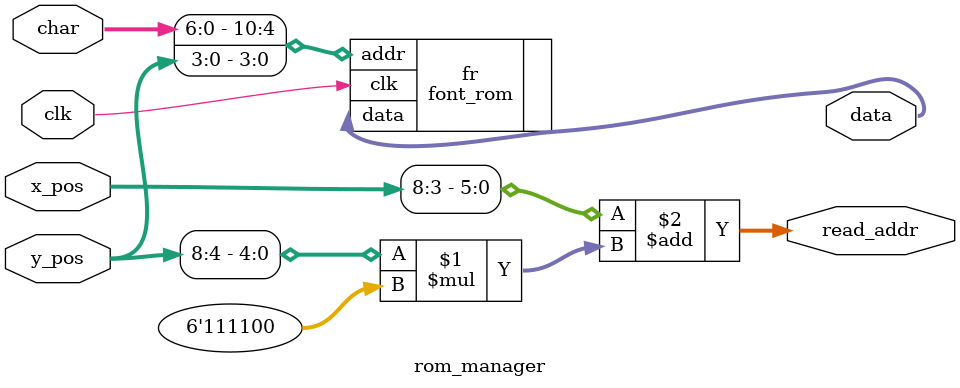
<source format=v>
module rom_manager
	(
		input clk,
		input [9 : 0] x_pos, y_pos,
		input [6 : 0] char,
		output [10 : 0] read_addr,
		output [7 : 0] data
	);
	
assign read_addr = x_pos[8 : 3] + (y_pos[8 : 4] * 6'd60); 	

font_rom fr(.clk(clk),
				.addr({char, y_pos[3 : 0]}), // Produces an 11-bit address; 7 from RAM and 4 from v_pos
				.data(data));
				
endmodule
</source>
